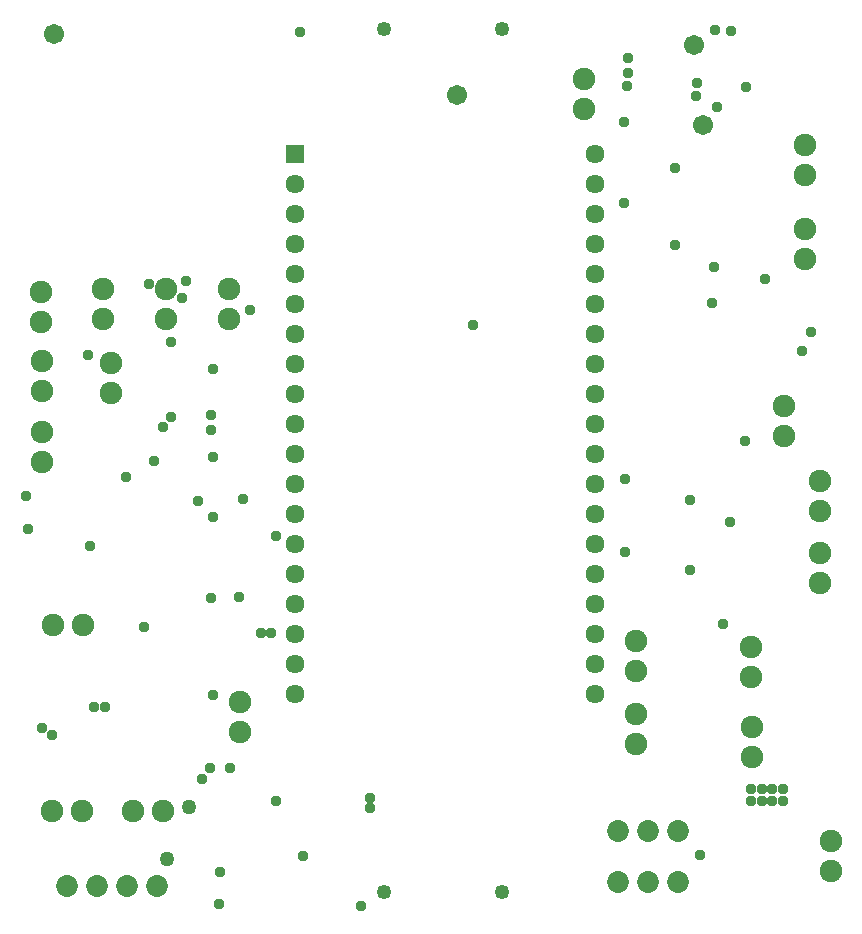
<source format=gbr>
G04 EAGLE Gerber RS-274X export*
G75*
%MOMM*%
%FSLAX34Y34*%
%LPD*%
%INSoldermask Bottom*%
%IPPOS*%
%AMOC8*
5,1,8,0,0,1.08239X$1,22.5*%
G01*
G04 Define Apertures*
%ADD10C,1.253200*%
%ADD11C,1.917700*%
%ADD12C,1.853200*%
%ADD13R,1.611200X1.611200*%
%ADD14C,1.611200*%
%ADD15C,0.959600*%
%ADD16C,1.703200*%
%ADD17C,1.259600*%
D10*
X988822Y823595D03*
X889445Y823595D03*
X988822Y93409D03*
X889445Y93409D03*
D11*
X1267415Y136341D03*
X1267415Y110941D03*
X598735Y576136D03*
X598735Y601536D03*
X599299Y517673D03*
X599299Y543073D03*
X658353Y515503D03*
X658353Y540903D03*
X599878Y457666D03*
X599878Y483066D03*
X634616Y318935D03*
X609216Y318935D03*
X607695Y161671D03*
X633095Y161671D03*
X701802Y161925D03*
X676402Y161925D03*
X767150Y253759D03*
X767150Y228359D03*
X1199833Y300355D03*
X1199833Y274955D03*
X1102417Y279908D03*
X1102417Y305308D03*
X1245489Y700405D03*
X1245489Y725805D03*
X1058799Y756285D03*
X1058799Y781685D03*
X1102417Y243663D03*
X1102417Y218263D03*
X1201039Y233045D03*
X1201039Y207645D03*
D12*
X620693Y97910D03*
X646093Y97910D03*
X671493Y97910D03*
X696893Y97910D03*
X1087463Y101346D03*
X1112863Y101346D03*
X1138263Y101346D03*
X1087463Y144770D03*
X1112863Y144770D03*
X1138263Y144770D03*
D11*
X1245489Y629285D03*
X1245489Y654685D03*
X1227709Y479425D03*
X1227709Y504825D03*
X1258189Y415925D03*
X1258189Y441325D03*
X1258189Y354965D03*
X1258189Y380365D03*
X757936Y577954D03*
X757936Y603354D03*
X704723Y578286D03*
X704723Y603686D03*
X650852Y578516D03*
X650852Y603916D03*
D13*
X813689Y717935D03*
D14*
X1067689Y717935D03*
X813689Y692535D03*
X1067689Y692535D03*
X813689Y667135D03*
X1067689Y667135D03*
X813689Y641735D03*
X1067689Y641735D03*
X813689Y616335D03*
X1067689Y616335D03*
X813689Y590935D03*
X1067689Y590935D03*
X813689Y565535D03*
X1067689Y565535D03*
X813689Y540135D03*
X1067689Y540135D03*
X813689Y514735D03*
X1067689Y514735D03*
X813689Y489335D03*
X1067689Y489335D03*
X813689Y463935D03*
X1067689Y463935D03*
X813689Y438535D03*
X1067689Y438535D03*
X813689Y413135D03*
X1067689Y413135D03*
X813689Y387735D03*
X1067689Y387735D03*
X813689Y362335D03*
X1067689Y362335D03*
X813689Y336935D03*
X1067689Y336935D03*
X813689Y311535D03*
X1067689Y311535D03*
X813689Y286135D03*
X1067689Y286135D03*
X813689Y260735D03*
X1067689Y260735D03*
D15*
X742696Y341757D03*
D16*
X1151255Y810253D03*
X951230Y768350D03*
D15*
X1183005Y822325D03*
X1169670Y822960D03*
X1094740Y775970D03*
X1092200Y745490D03*
X1135380Y706120D03*
X1135380Y641350D03*
X1092200Y676910D03*
X1168400Y622300D03*
X1167130Y591820D03*
X1211580Y612140D03*
X1250950Y567690D03*
X1243330Y551180D03*
X1195070Y474980D03*
X1148080Y425450D03*
X1093470Y443230D03*
X1093470Y381000D03*
X1148080Y365760D03*
X1182370Y406400D03*
X1176020Y320040D03*
X1200150Y170180D03*
X1209040Y170180D03*
X1217930Y170180D03*
X1226820Y170180D03*
X1200150Y180340D03*
X1209040Y180340D03*
X1217930Y180340D03*
X1226820Y180340D03*
X1156970Y124460D03*
X869950Y81280D03*
X820420Y123825D03*
X876935Y172720D03*
X741680Y198120D03*
X734695Y188595D03*
X608330Y226060D03*
X652780Y250190D03*
X744220Y260350D03*
X784860Y312420D03*
X793750Y312420D03*
X685800Y317500D03*
X599440Y232410D03*
X643890Y250190D03*
X670560Y444500D03*
X640080Y386080D03*
X588010Y400685D03*
X586204Y428625D03*
X701675Y487045D03*
X694690Y457835D03*
X744220Y535940D03*
X708660Y558800D03*
X817880Y821690D03*
X876935Y164056D03*
D16*
X609600Y819778D03*
D15*
X749145Y83185D03*
X1195705Y774700D03*
X1170940Y757555D03*
X742950Y497205D03*
X744220Y461645D03*
X797433Y170053D03*
X766559Y342607D03*
X964184Y572897D03*
X742315Y484505D03*
X708660Y495300D03*
D17*
X723900Y165100D03*
X705485Y121285D03*
D15*
X758825Y198120D03*
X749935Y109855D03*
X1095375Y786765D03*
X1153383Y767520D03*
D16*
X1159510Y742950D03*
D15*
X1153795Y778510D03*
X1095375Y799684D03*
X718185Y596011D03*
X721487Y610870D03*
X690118Y607568D03*
X775843Y585597D03*
X638937Y548132D03*
X769366Y425958D03*
X797433Y394589D03*
X744601Y411099D03*
X731393Y424307D03*
M02*

</source>
